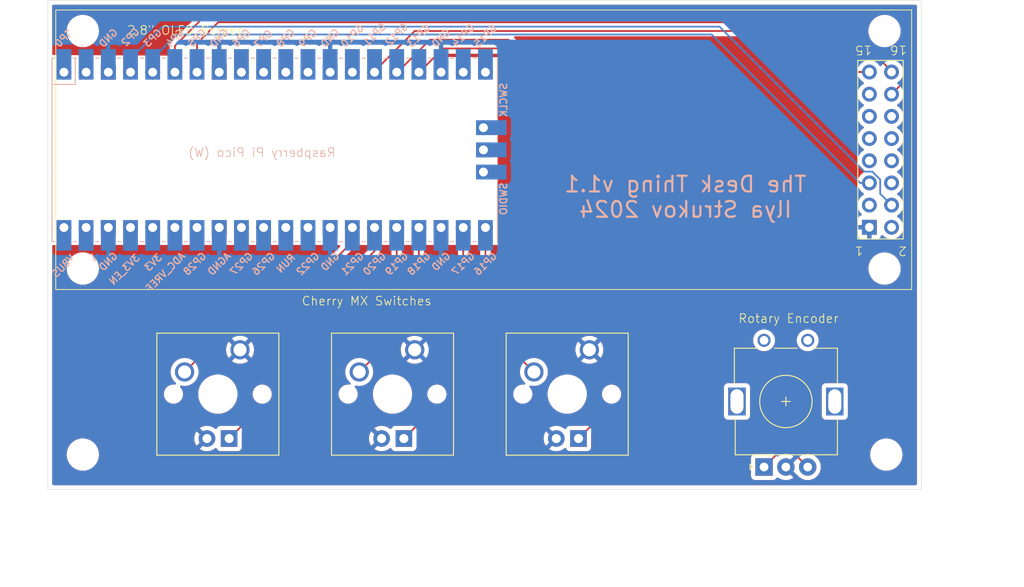
<source format=kicad_pcb>
(kicad_pcb (version 20240108) (generator "pcbnew") (generator_version "8.0")
  (layers (0 "F.Cu" signal) (31 "B.Cu" signal) (34 "B.Paste" user) (35 "F.Paste" user) (36 "B.SilkS" user "B.Silkscreen") (37 "F.SilkS" user "F.Silkscreen") (38 "B.Mask" user) (39 "F.Mask" user) (44 "Edge.Cuts" user))
  (net 0 "")
  (net 1 "GND")
  (net 2 "/OLED_CLK")
  (net 3 "/OLED_DC")
  (net 4 "/OLED_RESET")
  (net 5 "/OLED_CS")
  (net 6 "/OLED_MOSI")
  (net 7 "+3V3")
  (net 8 "/ROT_A")
  (net 9 "/ROT_B")
  (net 10 "/BTN1")
  (net 11 "/BTN2")
  (net 12 "/BTN3")
  (net 14 "/ROT_PUSH")
  (net 48 "/LED1")
  (net 49 "/LED2")
  (net 50 "/LED3")
  (footprint "desk_thing_lib:SW_Cherry_MX_1.00u_PCB" (layer "F.Cu") (at 72.485 91.08)
    (property "Reference" "SW3" (hide yes))
    (property "Value" "SW_Push_LED")
    (fp_line (start -7.01 -6.985) (end 6.96 -6.985) (stroke (width 0.12)) (layer "F.SilkS"))
    (fp_line (start -7.01 6.985) (end -7.01 -6.985) (stroke (width 0.12)) (layer "F.SilkS"))
    (fp_line (start 6.96 -6.985) (end 6.96 6.985) (stroke (width 0.12)) (layer "F.SilkS"))
    (fp_line (start 6.96 6.985) (end -7.01 6.985) (stroke (width 0.12)) (layer "F.SilkS"))
    (pad "" np_thru_hole circle (at -5.105 0) (size 1.7 1.7) (drill 1.7) (layers "*.Cu" "*.Mask"))
    (pad "" np_thru_hole circle (at -0.025 0) (size 4 4) (drill 4) (layers "*.Cu" "*.Mask"))
    (pad "" np_thru_hole circle (at 5.055 0) (size 1.7 1.7) (drill 1.7) (layers "*.Cu" "*.Mask"))
    (pad "1" thru_hole circle (at 2.515 -5.08) (size 2.2 2.2) (drill 1.5) (layers "*.Cu" "*.Mask") (net 1 "GND"))
    (pad "2" thru_hole circle (at -3.835 -2.54) (size 2.2 2.2) (drill 1.5) (layers "*.Cu" "*.Mask") (net 11 "/BTN2"))
    (pad "3" thru_hole circle (at -1.27 5.08) (size 1.905 1.905) (drill 1.04) (layers "*.Cu" "*.Mask") (net 1 "GND"))
    (pad "4" thru_hole rect (at 1.27 5.08) (size 1.905 1.905) (drill 1.04) (layers "*.Cu" "*.Mask") (net 49 "/LED2"))
  )
  (footprint "MountingHole:MountingHole_3.2mm_M3" (layer "F.Cu") (at 129 98)
    (property "Reference" "REF**" (hide yes))
    (property "Value" "MountingHole_3.2mm_M3")
    (pad "" np_thru_hole circle (at 0 0) (size 3.2 3.2) (drill 3.2) (layers "*.Cu" "*.Mask"))
  )
  (footprint "desk_thing_lib:OLED_2_8_SSD1322" (layer "F.Cu") (at 83.4 63.1 180)
    (property "Reference" "OLED1" (hide yes))
    (property "Value" "~")
    (fp_line (start 49.5 16) (end -48.5 16) (stroke (width 0.1)) (layer "F.SilkS"))
    (fp_line (start 49.5 -16) (end 49.5 16) (stroke (width 0.1)) (layer "F.SilkS"))
    (fp_line (start -42.33 -10.205) (end -42.33 10.235) (stroke (width 0.12)) (layer "F.SilkS"))
    (fp_line (start -44.93 -10.205) (end -42.33 -10.205) (stroke (width 0.12)) (layer "F.SilkS"))
    (fp_line (start -47.53 10.235) (end -42.33 10.235) (stroke (width 0.12)) (layer "F.SilkS"))
    (fp_line (start -47.53 -7.605) (end -47.53 10.235) (stroke (width 0.12)) (layer "F.SilkS"))
    (fp_line (start -47.53 -7.605) (end -47.53 -10.205) (stroke (width 0.12)) (layer "F.SilkS"))
    (fp_line (start -47.53 -10.205) (end -44.93 -10.205) (stroke (width 0.12)) (layer "F.SilkS"))
    (fp_line (start -48.5 16) (end -48.5 -16) (stroke (width 0.1)) (layer "F.SilkS"))
    (fp_line (start -48.5 -16) (end 49.5 -16) (stroke (width 0.1)) (layer "F.SilkS"))
    (fp_text user "15" (at -44 12 180) (layer "F.SilkS") (effects (font (thickness 0.1)) (justify left bottom)))
    (fp_text user "2" (at -48 -11 180) (layer "F.SilkS") (effects (font (thickness 0.1)) (justify left bottom)))
    (fp_text user "16" (at -48 12 180) (layer "F.SilkS") (effects (font (thickness 0.1)) (justify left bottom)))
    (fp_text user "1" (at -43 -11 180) (layer "F.SilkS") (effects (font (thickness 0.1)) (justify left bottom)))
    (pad "" np_thru_hole circle (at -45.4 -13.6 180) (size 3.2 3.2) (drill 3.2) (layers "F&B.Cu" "*.Mask"))
    (pad "" np_thru_hole circle (at -45.4 13.6 180) (size 3.2 3.2) (drill 3.2) (layers "F&B.Cu" "*.Mask"))
    (pad "" np_thru_hole circle (at 46.4 -13.6 180) (size 3.2 3.2) (drill 3.2) (layers "F&B.Cu" "*.Mask"))
    (pad "" np_thru_hole circle (at 46.4 13.6 180) (size 3.2 3.2) (drill 3.2) (layers "F&B.Cu" "*.Mask"))
    (pad "1" thru_hole rect (at -43.66 -8.875 180) (size 1.7 1.7) (drill 1) (layers "*.Cu" "*.Mask") (net 1 "GND"))
    (pad "2" thru_hole circle (at -46.2 -8.875 180) (size 1.7 1.7) (drill 1) (layers "*.Cu" "*.Mask") (net 7 "+3V3"))
    (pad "3" thru_hole oval (at -43.66 -6.335 180) (size 1.7 1.7) (drill 1) (layers "*.Cu" "*.Mask"))
    (pad "4" thru_hole oval (at -46.2 -6.335 180) (size 1.7 1.7) (drill 1) (layers "*.Cu" "*.Mask") (net 2 "/OLED_CLK"))
    (pad "5" thru_hole oval (at -43.66 -3.795 180) (size 1.7 1.7) (drill 1) (layers "*.Cu" "*.Mask") (net 6 "/OLED_MOSI"))
    (pad "6" thru_hole oval (at -46.2 -3.795 180) (size 1.7 1.7) (drill 1) (layers "*.Cu" "*.Mask"))
    (pad "7" thru_hole oval (at -43.66 -1.255 180) (size 1.7 1.7) (drill 1) (layers "*.Cu" "*.Mask"))
    (pad "8" thru_hole oval (at -46.2 -1.255 180) (size 1.7 1.7) (drill 1) (layers "*.Cu" "*.Mask"))
    (pad "9" thru_hole oval (at -43.66 1.285 180) (size 1.7 1.7) (drill 1) (layers "*.Cu" "*.Mask"))
    (pad "10" thru_hole oval (at -46.2 1.285 180) (size 1.7 1.7) (drill 1) (layers "*.Cu" "*.Mask"))
    (pad "11" thru_hole oval (at -43.66 3.825 180) (size 1.7 1.7) (drill 1) (layers "*.Cu" "*.Mask"))
    (pad "12" thru_hole oval (at -46.2 3.825 180) (size 1.7 1.7) (drill 1) (layers "*.Cu" "*.Mask"))
    (pad "13" thru_hole oval (at -43.66 6.365 180) (size 1.7 1.7) (drill 1) (layers "*.Cu" "*.Mask"))
    (pad "14" thru_hole oval (at -46.2 6.365 180) (size 1.7 1.7) (drill 1) (layers "*.Cu" "*.Mask") (net 3 "/OLED_DC"))
    (pad "15" thru_hole oval (at -43.66 8.905 180) (size 1.7 1.7) (drill 1) (layers "*.Cu" "*.Mask") (net 4 "/OLED_RESET"))
    (pad "16" thru_hole oval (at -46.2 8.905 180) (size 1.7 1.7) (drill 1) (layers "*.Cu" "*.Mask") (net 5 "/OLED_CS"))
  )
  (footprint "desk_thing_lib:SW_Cherry_MX_1.00u_PCB" (layer "F.Cu") (at 92.485 91.08)
    (property "Reference" "SW4" (hide yes))
    (property "Value" "SW_Push_LED")
    (fp_line (start -7.01 -6.985) (end 6.96 -6.985) (stroke (width 0.12)) (layer "F.SilkS"))
    (fp_line (start -7.01 6.985) (end -7.01 -6.985) (stroke (width 0.12)) (layer "F.SilkS"))
    (fp_line (start 6.96 -6.985) (end 6.96 6.985) (stroke (width 0.12)) (layer "F.SilkS"))
    (fp_line (start 6.96 6.985) (end -7.01 6.985) (stroke (width 0.12)) (layer "F.SilkS"))
    (pad "" np_thru_hole circle (at -5.105 0) (size 1.7 1.7) (drill 1.7) (layers "*.Cu" "*.Mask"))
    (pad "" np_thru_hole circle (at -0.025 0) (size 4 4) (drill 4) (layers "*.Cu" "*.Mask"))
    (pad "" np_thru_hole circle (at 5.055 0) (size 1.7 1.7) (drill 1.7) (layers "*.Cu" "*.Mask"))
    (pad "1" thru_hole circle (at 2.515 -5.08) (size 2.2 2.2) (drill 1.5) (layers "*.Cu" "*.Mask") (net 1 "GND"))
    (pad "2" thru_hole circle (at -3.835 -2.54) (size 2.2 2.2) (drill 1.5) (layers "*.Cu" "*.Mask") (net 12 "/BTN3"))
    (pad "3" thru_hole circle (at -1.27 5.08) (size 1.905 1.905) (drill 1.04) (layers "*.Cu" "*.Mask") (net 1 "GND"))
    (pad "4" thru_hole rect (at 1.27 5.08) (size 1.905 1.905) (drill 1.04) (layers "*.Cu" "*.Mask") (net 50 "/LED3"))
  )
  (footprint "desk_thing_lib:SW_Cherry_MX_1.00u_PCB" (layer "F.Cu") (at 52.485 91.08)
    (property "Reference" "SW2" (hide yes))
    (property "Value" "SW_Push_LED")
    (fp_line (start -7.01 -6.985) (end 6.96 -6.985) (stroke (width 0.12)) (layer "F.SilkS"))
    (fp_line (start -7.01 6.985) (end -7.01 -6.985) (stroke (width 0.12)) (layer "F.SilkS"))
    (fp_line (start 6.96 -6.985) (end 6.96 6.985) (stroke (width 0.12)) (layer "F.SilkS"))
    (fp_line (start 6.96 6.985) (end -7.01 6.985) (stroke (width 0.12)) (layer "F.SilkS"))
    (pad "" np_thru_hole circle (at -5.105 0) (size 1.7 1.7) (drill 1.7) (layers "*.Cu" "*.Mask"))
    (pad "" np_thru_hole circle (at -0.025 0) (size 4 4) (drill 4) (layers "*.Cu" "*.Mask"))
    (pad "" np_thru_hole circle (at 5.055 0) (size 1.7 1.7) (drill 1.7) (layers "*.Cu" "*.Mask"))
    (pad "1" thru_hole circle (at 2.515 -5.08) (size 2.2 2.2) (drill 1.5) (layers "*.Cu" "*.Mask") (net 1 "GND"))
    (pad "2" thru_hole circle (at -3.835 -2.54) (size 2.2 2.2) (drill 1.5) (layers "*.Cu" "*.Mask") (net 10 "/BTN1"))
    (pad "3" thru_hole circle (at -1.27 5.08) (size 1.905 1.905) (drill 1.04) (layers "*.Cu" "*.Mask") (net 1 "GND"))
    (pad "4" thru_hole rect (at 1.27 5.08) (size 1.905 1.905) (drill 1.04) (layers "*.Cu" "*.Mask") (net 48 "/LED1"))
  )
  (footprint "Rotary_Encoder:RotaryEncoder_Alps_EC11E_Vertical_H20mm" (layer "F.Cu") (at 115 99.42 90)
    (property "Reference" "SW1" (hide yes))
    (property "Value" "RotaryEncoder_Switch")
    (fp_line (start 13.6 -3.4) (end 13.6 -0.8) (stroke (width 0.12)) (layer "F.SilkS"))
    (fp_line (start 9.5 -3.4) (end 13.6 -3.4) (stroke (width 0.12)) (layer "F.SilkS"))
    (fp_line (start 5.5 -3.3) (end 1.4 -3.3) (stroke (width 0.12)) (layer "F.SilkS"))
    (fp_line (start 1.4 -3.3) (end 1.4 8.4) (stroke (width 0.12)) (layer "F.SilkS"))
    (fp_line (start 0.3 -1.6) (end 0 -1.3) (stroke (width 0.12)) (layer "F.SilkS"))
    (fp_line (start -0.3 -1.6) (end 0.3 -1.6) (stroke (width 0.12)) (layer "F.SilkS"))
    (fp_line (start 0 -1.3) (end -0.3 -1.6) (stroke (width 0.12)) (layer "F.SilkS"))
    (fp_line (start 13.6 1.2) (end 13.6 3.8) (stroke (width 0.12)) (layer "F.SilkS"))
    (fp_line (start 7.5 2) (end 7.5 3) (stroke (width 0.12)) (layer "F.SilkS"))
    (fp_line (start 7 2.5) (end 8 2.5) (stroke (width 0.12)) (layer "F.SilkS"))
    (fp_line (start 13.6 5.8) (end 13.6 8.4) (stroke (width 0.12)) (layer "F.SilkS"))
    (fp_line (start 13.6 8.4) (end 9.5 8.4) (stroke (width 0.12)) (layer "F.SilkS"))
    (fp_line (start 5.5 8.4) (end 1.4 8.4) (stroke (width 0.12)) (layer "F.SilkS"))
    (fp_circle (center 7.5 2.5) (end 10.5 2.5) (stroke (width 0.12)) (fill none) (layer "F.SilkS"))
    (pad "" thru_hole circle (at 14.5 0 90) (size 1.5 1.5) (drill 1) (layers "*.Cu" "*.Mask"))
    (pad "" thru_hole circle (at 14.5 5 90) (size 1.5 1.5) (drill 1) (layers "*.Cu" "*.Mask"))
    (pad "A" thru_hole rect (at 0 0 90) (size 2 2) (drill 1) (layers "*.Cu" "*.Mask") (net 8 "/ROT_A"))
    (pad "B" thru_hole circle (at 0 5 90) (size 2 2) (drill 1) (layers "*.Cu" "*.Mask") (net 9 "/ROT_B"))
    (pad "C" thru_hole circle (at 0 2.5 90) (size 2 2) (drill 1) (layers "*.Cu" "*.Mask") (net 1 "GND"))
    (pad "MP" thru_hole rect (at 7.5 -3.1 90) (size 3.2 2) (drill oval 2.8 1.5) (layers "*.Cu" "*.Mask"))
    (pad "MP" thru_hole rect (at 7.5 8.1 90) (size 3.2 2) (drill oval 2.8 1.5) (layers "*.Cu" "*.Mask"))
  )
  (footprint "MountingHole:MountingHole_3.2mm_M3" (layer "F.Cu") (at 37 98)
    (property "Reference" "REF**" (hide yes))
    (property "Value" "MountingHole_3.2mm_M3")
    (pad "" np_thru_hole circle (at 0 0) (size 3.2 3.2) (drill 3.2) (layers "*.Cu" "*.Mask"))
  )
  (footprint "MCU_RaspberryPi_and_Boards:RPi_Pico_SMD_TH" (layer "B.Cu") (at 58.97 63.11 -90)
    (property "Reference" "U1" (hide yes))
    (property "Value" "Pico")
    (fp_line (start -7.493 25.5) (end -7.493 22.833) (stroke (width 0.12)) (layer "B.SilkS"))
    (fp_line (start 10.5 25.5) (end -10.5 25.5) (stroke (width 0.12)) (layer "B.SilkS"))
    (fp_line (start -10.5 25.2) (end -10.5 25.5) (stroke (width 0.12)) (layer "B.SilkS"))
    (fp_line (start 10.5 25.2) (end 10.5 25.5) (stroke (width 0.12)) (layer "B.SilkS"))
    (fp_line (start -7.493 22.833) (end -10.5 22.833) (stroke (width 0.12)) (layer "B.SilkS"))
    (fp_line (start -10.5 22.7) (end -10.5 23.1) (stroke (width 0.12)) (layer "B.SilkS"))
    (fp_line (start 10.5 22.7) (end 10.5 23.1) (stroke (width 0.12)) (layer "B.SilkS"))
    (fp_line (start -10.5 20.1) (end -10.5 20.5) (stroke (width 0.12)) (layer "B.SilkS"))
    (fp_line (start 10.5 20.1) (end 10.5 20.5) (stroke (width 0.12)) (layer "B.SilkS"))
    (fp_line (start -10.5 17.6) (end -10.5 18) (stroke (width 0.12)) (layer "B.SilkS"))
    (fp_line (start 10.5 17.6) (end 10.5 18) (stroke (width 0.12)) (layer "B.SilkS"))
    (fp_line (start -10.5 15) (end -10.5 15.4) (stroke (width 0.12)) (layer "B.SilkS"))
    (fp_line (start 10.5 15) (end 10.5 15.4) (stroke (width 0.12)) (layer "B.SilkS"))
    (fp_line (start -10.5 12.5) (end -10.5 12.9) (stroke (width 0.12)) (layer "B.SilkS"))
    (fp_line (start 10.5 12.5) (end 10.5 12.9) (stroke (width 0.12)) (layer "B.SilkS"))
    (fp_line (start -10.5 10) (end -10.5 10.4) (stroke (width 0.12)) (layer "B.SilkS"))
    (fp_line (start 10.5 10) (end 10.5 10.4) (stroke (width 0.12)) (layer "B.SilkS"))
    (fp_line (start -10.5 7.4) (end -10.5 7.8) (stroke (width 0.12)) (layer "B.SilkS"))
    (fp_line (start 10.5 7.4) (end 10.5 7.8) (stroke (width 0.12)) (layer "B.SilkS"))
    (fp_line (start -10.5 4.9) (end -10.5 5.3) (stroke (width 0.12)) (layer "B.SilkS"))
    (fp_line (start 10.5 4.9) (end 10.5 5.3) (stroke (width 0.12)) (layer "B.SilkS"))
    (fp_line (start -10.5 2.3) (end -10.5 2.7) (stroke (width 0.12)) (layer "B.SilkS"))
    (fp_line (start 10.5 2.3) (end 10.5 2.7) (stroke (width 0.12)) (layer "B.SilkS"))
    (fp_line (start -10.5 -0.2) (end -10.5 0.2) (stroke (width 0.12)) (layer "B.SilkS"))
    (fp_line (start 10.5 -0.2) (end 10.5 0.2) (stroke (width 0.12)) (layer "B.SilkS"))
    (fp_line (start -10.5 -2.7) (end -10.5 -2.3) (stroke (width 0.12)) (layer "B.SilkS"))
    (fp_line (start 10.5 -2.7) (end 10.5 -2.3) (stroke (width 0.12)) (layer "B.SilkS"))
    (fp_line (start -10.5 -5.3) (end -10.5 -4.9) (stroke (width 0.12)) (layer "B.SilkS"))
    (fp_line (start 10.5 -5.3) (end 10.5 -4.9) (stroke (width 0.12)) (layer "B.SilkS"))
    (fp_line (start -10.5 -7.8) (end -10.5 -7.4) (stroke (width 0.12)) (layer "B.SilkS"))
    (fp_line (start 10.5 -7.8) (end 10.5 -7.4) (stroke (width 0.12)) (layer "B.SilkS"))
    (fp_line (start -10.5 -10.4) (end -10.5 -10) (stroke (width 0.12)) (layer "B.SilkS"))
    (fp_line (start 10.5 -10.4) (end 10.5 -10) (stroke (width 0.12)) (layer "B.SilkS"))
    (fp_line (start -10.5 -12.9) (end -10.5 -12.5) (stroke (width 0.12)) (layer "B.SilkS"))
    (fp_line (start 10.5 -12.9) (end 10.5 -12.5) (stroke (width 0.12)) (layer "B.SilkS"))
    (fp_line (start -10.5 -15.5) (end -10.5 -15.1) (stroke (width 0.12)) (layer "B.SilkS"))
    (fp_line (start 10.5 -15.5) (end 10.5 -15.1) (stroke (width 0.12)) (layer "B.SilkS"))
    (fp_line (start -10.5 -18) (end -10.5 -17.6) (stroke (width 0.12)) (layer "B.SilkS"))
    (fp_line (start 10.5 -18) (end 10.5 -17.6) (stroke (width 0.12)) (layer "B.SilkS"))
    (fp_line (start -10.5 -20.5) (end -10.5 -20.1) (stroke (width 0.12)) (layer "B.SilkS"))
    (fp_line (start 10.5 -20.5) (end 10.5 -20.1) (stroke (width 0.12)) (layer "B.SilkS"))
    (fp_line (start -10.5 -23.1) (end -10.5 -22.7) (stroke (width 0.12)) (layer "B.SilkS"))
    (fp_line (start 10.5 -23.1) (end 10.5 -22.7) (stroke (width 0.12)) (layer "B.SilkS"))
    (fp_line (start -10.5 -25.5) (end -3.7 -25.5) (stroke (width 0.12)) (layer "B.SilkS"))
    (fp_line (start -1.1 -25.5) (end -1.5 -25.5) (stroke (width 0.12)) (layer "B.SilkS"))
    (fp_line (start 1.5 -25.5) (end 1.1 -25.5) (stroke (width 0.12)) (layer "B.SilkS"))
    (fp_line (start 3.7 -25.5) (end 10.5 -25.5) (stroke (width 0.12)) (layer "B.SilkS"))
    (fp_text user "GP15" (at -13.054 -24.13 45) (layer "B.SilkS") (effects (font (size 0.8 0.8)) (justify mirror)))
    (fp_text user "GND" (at -12.8 6.35 45) (layer "B.SilkS") (effects (font (size 0.8 0.8)) (justify mirror)))
    (fp_text user "GP11" (at -13.2 -11.43 45) (layer "B.SilkS") (effects (font (size 0.8 0.8)) (justify mirror)))
    (fp_text user "GP14" (at -13.1 -21.59 45) (layer "B.SilkS") (effects (font (size 0.8 0.8)) (justify mirror)))
    (fp_text user "GP22" (at 13.054 -3.81 45) (layer "B.SilkS") (effects (font (size 0.8 0.8)) (justify mirror)))
    (fp_text user "GP2" (at -12.9 16.51 45) (layer "B.SilkS") (effects (font (size 0.8 0.8)) (justify mirror)))
    (fp_text user "GND" (at 12.8 19.05 45) (layer "B.SilkS") (effects (font (size 0.8 0.8)) (justify mirror)))
    (fp_text user "GND" (at 12.8 -6.35 45) (layer "B.SilkS") (effects (font (size 0.8 0.8)) (justify mirror)))
    (fp_text user "GP0" (at -12.8 24.13 45) (layer "B.SilkS") (effects (font (size 0.8 0.8)) (justify mirror)))
    (fp_text user "GP8" (at -12.8 -1.27 45) (layer "B.SilkS") (effects (font (size 0.8 0.8)) (justify mirror)))
    (fp_text user "GP9" (at -12.8 -3.81 45) (layer "B.SilkS") (effects (font (size 0.8 0.8)) (justify mirror)))
    (fp_text user "GP5" (at -12.8 8.89 45) (layer "B.SilkS") (effects (font (size 0.8 0.8)) (justify mirror)))
    (fp_text user "GP7" (at -12.7 1.3 45) (layer "B.SilkS") (effects (font (size 0.8 0.8)) (justify mirror)))
    (fp_text user "GP6" (at -12.8 3.81 45) (layer "B.SilkS") (effects (font (size 0.8 0.8)) (justify mirror)))
    (fp_text user "VSYS" (at 13.2 21.59 45) (layer "B.SilkS") (effects (font (size 0.8 0.8)) (justify mirror)))
    (fp_text user "GP19" (at 13.054 -13.97 45) (layer "B.SilkS") (effects (font (size 0.8 0.8)) (justify mirror)))
    (fp_text user "GP13" (at -13.054 -16.51 45) (layer "B.SilkS") (effects (font (size 0.8 0.8)) (justify mirror)))
    (fp_text user "ADC_VREF" (at 14 12.5 45) (layer "B.SilkS") (effects (font (size 0.8 0.8)) (justify mirror)))
    (fp_text user "GP12" (at -13.2 -13.97 45) (layer "B.SilkS") (effects (font (size 0.8 0.8)) (justify mirror)))
    (fp_text user "GND" (at 12.8 -19.05 45) (layer "B.SilkS") (effects (font (size 0.8 0.8)) (justify mirror)))
    (fp_text user "GP27" (at 13.054 3.8 45) (layer "B.SilkS") (effects (font (size 0.8 0.8)) (justify mirror)))
    (fp_text user "GP18" (at 13.054 -16.51 45) (layer "B.SilkS") (effects (font (size 0.8 0.8)) (justify mirror)))
    (fp_text user "GP20" (at 13.054 -11.43 45) (layer "B.SilkS") (effects (font (size 0.8 0.8)) (justify mirror)))
    (fp_text user "GP21" (at 13.054 -8.9 45) (layer "B.SilkS") (effects (font (size 0.8 0.8)) (justify mirror)))
    (fp_text user "GND" (at -12.8 -6.35 45) (layer "B.SilkS") (effects (font (size 0.8 0.8)) (justify mirror)))
    (fp_text user "AGND" (at 13.054 6.35 45) (layer "B.SilkS") (effects (font (size 0.8 0.8)) (justify mirror)))
    (fp_text user "GP3" (at -12.8 13.97 45) (layer "B.SilkS") (effects (font (size 0.8 0.8)) (justify mirror)))
    (fp_text user "GP28" (at 13.054 9.144 45) (layer "B.SilkS") (effects (font (size 0.8 0.8)) (justify mirror)))
    (fp_text user "VBUS" (at 13.3 24.2 45) (layer "B.SilkS") (effects (font (size 0.8 0.8)) (justify mirror)))
    (fp_text user "RUN" (at 13 -1.27 45) (layer "B.SilkS") (effects (font (size 0.8 0.8)) (justify mirror)))
    (fp_text user "GP26" (at 13.054 1.27 45) (layer "B.SilkS") (effects (font (size 0.8 0.8)) (justify mirror)))
    (fp_text user "GND" (at -12.8 19.05 45) (layer "B.SilkS") (effects (font (size 0.8 0.8)) (justify mirror)))
    (fp_text user "3V3_EN" (at 13.7 17.2 45) (layer "B.SilkS") (effects (font (size 0.8 0.8)) (justify mirror)))
    (fp_text user "GP10" (at -13.054 -8.89 45) (layer "B.SilkS") (effects (font (size 0.8 0.8)) (justify mirror)))
    (fp_text user "SWDIO" (at 5.6 -26.2 90) (layer "B.SilkS") (effects (font (size 0.8 0.8)) (justify mirror)))
    (fp_text user "3V3" (at 12.9 13.9 45) (layer "B.SilkS") (effects (font (size 0.8 0.8)) (justify mirror)))
    (fp_text user "GP17" (at 13.054 -21.59 45) (layer "B.SilkS") (effects (font (size 0.8 0.8)) (justify mirror)))
    (fp_text user "GP16" (at 13.054 -24.13 45) (layer "B.SilkS") (effects (font (size 0.8 0.8)) (justify mirror)))
    (fp_text user "GP4" (at -12.8 11.43 45) (layer "B.SilkS") (effects (font (size 0.8 0.8)) (justify mirror)))
    (fp_text user "GND" (at -12.8 -19.05 45) (layer "B.SilkS") (effects (font (size 0.8 0.8)) (justify mirror)))
    (fp_text user "GP1" (at -12.9 21.6 45) (layer "B.SilkS") (effects (font (size 0.8 0.8)) (justify mirror)))
    (fp_text user "SWCLK" (at -5.7 -26.2 90) (layer "B.SilkS") (effects (font (size 0.8 0.8)) (justify mirror)))
    (pad "" np_thru_hole oval (at -2.725 24 270) (size 1.8 1.8) (drill 1.8) (layers "*.Cu" "*.Mask"))
    (pad "" np_thru_hole oval (at -2.425 20.97 270) (size 1.5 1.5) (drill 1.5) (layers "*.Cu" "*.Mask"))
    (pad "" np_thru_hole oval (at 2.425 20.97 270) (size 1.5 1.5) (drill 1.5) (layers "*.Cu" "*.Mask"))
    (pad "" np_thru_hole oval (at 2.725 24 270) (size 1.8 1.8) (drill 1.8) (layers "*.Cu" "*.Mask"))
    (pad "1" thru_hole oval (at -8.89 24.13 270) (size 1.7 1.7) (drill 1.02) (layers "*.Cu" "*.Mask"))
    (pad "1" smd rect (at -8.89 24.13 270) (size 3.5 1.7) (drill (offset -0.9 0)) (layers "B.Cu" "B.Mask"))
    (pad "2" thru_hole oval (at -8.89 21.59 270) (size 1.7 1.7) (drill 1.02) (layers "*.Cu" "*.Mask"))
    (pad "2" smd rect (at -8.89 21.59 270) (size 3.5 1.7) (drill (offset -0.9 0)) (layers "B.Cu" "B.Mask"))
    (pad "3" thru_hole rect (at -8.89 19.05 270) (size 1.7 1.7) (drill 1.02) (layers "*.Cu" "*.Mask") (net 1 "GND"))
    (pad "3" smd rect (at -8.89 19.05 270) (size 3.5 1.7) (drill (offset -0.9 0)) (layers "B.Cu" "B.Mask") (net 1 "GND"))
    (pad "4" thru_hole oval (at -8.89 16.51 270) (size 1.7 1.7) (drill 1.02) (layers "*.Cu" "*.Mask") (net 2 "/OLED_CLK"))
    (pad "4" smd rect (at -8.89 16.51 270) (size 3.5 1.7) (drill (offset -0.9 0)) (layers "B.Cu" "B.Mask") (net 2 "/OLED_CLK"))
    (pad "5" thru_hole oval (at -8.89 13.97 270) (size 1.7 1.7) (drill 1.02) (layers "*.Cu" "*.Mask") (net 6 "/OLED_MOSI"))
    (pad "5" smd rect (at -8.89 13.97 270) (size 3.5 1.7) (drill (offset -0.9 0)) (layers "B.Cu" "B.Mask") (net 6 "/OLED_MOSI"))
    (pad "6" thru_hole oval (at -8.89 11.43 270) (size 1.7 1.7) (drill 1.02) (layers "*.Cu" "*.Mask") (net 3 "/OLED_DC"))
    (pad "6" smd rect (at -8.89 11.43 270) (size 3.5 1.7) (drill (offset -0.9 0)) (layers "B.Cu" "B.Mask") (net 3 "/OLED_DC"))
    (pad "7" thru_hole oval (at -8.89 8.89 270) (size 1.7 1.7) (drill 1.02) (layers "*.Cu" "*.Mask") (net 5 "/OLED_CS"))
    (pad "7" smd rect (at -8.89 8.89 270) (size 3.5 1.7) (drill (offset -0.9 0)) (layers "B.Cu" "B.Mask") (net 5 "/OLED_CS"))
    (pad "8" thru_hole rect (at -8.89 6.35 270) (size 1.7 1.7) (drill 1.02) (layers "*.Cu" "*.Mask") (net 1 "GND"))
    (pad "8" smd rect (at -8.89 6.35 270) (size 3.5 1.7) (drill (offset -0.9 0)) (layers "B.Cu" "B.Mask") (net 1 "GND"))
    (pad "9" thru_hole oval (at -8.89 3.81 270) (size 1.7 1.7) (drill 1.02) (layers "*.Cu" "*.Mask"))
    (pad "9" smd rect (at -8.89 3.81 270) (size 3.5 1.7) (drill (offset -0.9 0)) (layers "B.Cu" "B.Mask"))
    (pad "10" thru_hole oval (at -8.89 1.27 270) (size 1.7 1.7) (drill 1.02) (layers "*.Cu" "*.Mask"))
    (pad "10" smd rect (at -8.89 1.27 270) (size 3.5 1.7) (drill (offset -0.9 0)) (layers "B.Cu" "B.Mask"))
    (pad "11" thru_hole oval (at -8.89 -1.27 270) (size 1.7 1.7) (drill 1.02) (layers "*.Cu" "*.Mask"))
    (pad "11" smd rect (at -8.89 -1.27 270) (size 3.5 1.7) (drill (offset -0.9 0)) (layers "B.Cu" "B.Mask"))
    (pad "12" thru_hole oval (at -8.89 -3.81 270) (size 1.7 1.7) (drill 1.02) (layers "*.Cu" "*.Mask") (net 14 "/ROT_PUSH"))
    (pad "12" smd rect (at -8.89 -3.81 270) (size 3.5 1.7) (drill (offset -0.9 0)) (layers "B.Cu" "B.Mask") (net 14 "/ROT_PUSH"))
    (pad "13" thru_hole rect (at -8.89 -6.35 270) (size 1.7 1.7) (drill 1.02) (layers "*.Cu" "*.Mask") (net 1 "GND"))
    (pad "13" smd rect (at -8.89 -6.35 270) (size 3.5 1.7) (drill (offset -0.9 0)) (layers "B.Cu" "B.Mask") (net 1 "GND"))
    (pad "14" thru_hole oval (at -8.89 -8.89 270) (size 1.7 1.7) (drill 1.02) (layers "*.Cu" "*.Mask"))
    (pad "14" smd rect (at -8.89 -8.89 270) (size 3.5 1.7) (drill (offset -0.9 0)) (layers "B.Cu" "B.Mask"))
    (pad "15" thru_hole oval (at -8.89 -11.43 270) (size 1.7 1.7) (drill 1.02) (layers "*.Cu" "*.Mask") (net 4 "/OLED_RESET"))
    (pad "15" smd rect (at -8.89 -11.43 270) (size 3.5 1.7) (drill (offset -0.9 0)) (layers "B.Cu" "B.Mask") (net 4 "/OLED_RESET"))
    (pad "16" thru_hole oval (at -8.89 -13.97 270) (size 1.7 1.7) (drill 1.02) (layers "*.Cu" "*.Mask") (net 9 "/ROT_B"))
    (pad "16" smd rect (at -8.89 -13.97 270) (size 3.5 1.7) (drill (offset -0.9 0)) (layers "B.Cu" "B.Mask") (net 9 "/ROT_B"))
    (pad "17" thru_hole oval (at -8.89 -16.51 270) (size 1.7 1.7) (drill 1.02) (layers "*.Cu" "*.Mask") (net 8 "/ROT_A"))
    (pad "17" smd rect (at -8.89 -16.51 270) (size 3.5 1.7) (drill (offset -0.9 0)) (layers "B.Cu" "B.Mask") (net 8 "/ROT_A"))
    (pad "18" thru_hole rect (at -8.89 -19.05 270) (size 1.7 1.7) (drill 1.02) (layers "*.Cu" "*.Mask") (net 1 "GND"))
    (pad "18" smd rect (at -8.89 -19.05 270) (size 3.5 1.7) (drill (offset -0.9 0)) (layers "B.Cu" "B.Mask") (net 1 "GND"))
    (pad "19" thru_hole oval (at -8.89 -21.59 270) (size 1.7 1.7) (drill 1.02) (layers "*.Cu" "*.Mask"))
    (pad "19" smd rect (at -8.89 -21.59 270) (size 3.5 1.7) (drill (offset -0.9 0)) (layers "B.Cu" "B.Mask"))
    (pad "20" thru_hole oval (at -8.89 -24.13 270) (size 1.7 1.7) (drill 1.02) (layers "*.Cu" "*.Mask"))
    (pad "20" smd rect (at -8.89 -24.13 270) (size 3.5 1.7) (drill (offset -0.9 0)) (layers "B.Cu" "B.Mask"))
    (pad "21" thru_hole oval (at 8.89 -24.13 270) (size 1.7 1.7) (drill 1.02) (layers "*.Cu" "*.Mask") (net 50 "/LED3"))
    (pad "21" smd rect (at 8.89 -24.13 270) (size 3.5 1.7) (drill (offset 0.9 0)) (layers "B.Cu" "B.Mask") (net 50 "/LED3"))
    (pad "22" thru_hole oval (at 8.89 -21.59 270) (size 1.7 1.7) (drill 1.02) (layers "*.Cu" "*.Mask") (net 12 "/BTN3"))
    (pad "22" smd rect (at 8.89 -21.59 270) (size 3.5 1.7) (drill (offset 0.9 0)) (layers "B.Cu" "B.Mask") (net 12 "/BTN3"))
    (pad "23" thru_hole rect (at 8.89 -19.05 270) (size 1.7 1.7) (drill 1.02) (layers "*.Cu" "*.Mask") (net 1 "GND"))
    (pad "23" smd rect (at 8.89 -19.05 270) (size 3.5 1.7) (drill (offset 0.9 0)) (layers "B.Cu" "B.Mask") (net 1 "GND"))
    (pad "24" thru_hole oval (at 8.89 -16.51 270) (size 1.7 1.7) (drill 1.02) (layers "*.Cu" "*.Mask") (net 49 "/LED2"))
    (pad "24" smd rect (at 8.89 -16.51 270) (size 3.5 1.7) (drill (offset 0.9 0)) (layers "B.Cu" "B.Mask") (net 49 "/LED2"))
    (pad "25" thru_hole oval (at 8.89 -13.97 270) (size 1.7 1.7) (drill 1.02) (layers "*.Cu" "*.Mask") (net 11 "/BTN2"))
    (pad "25" smd rect (at 8.89 -13.97 270) (size 3.5 1.7) (drill (offset 0.9 0)) (layers "B.Cu" "B.Mask") (net 11 "/BTN2"))
    (pad "26" thru_hole oval (at 8.89 -11.43 270) (size 1.7 1.7) (drill 1.02) (layers "*.Cu" "*.Mask") (net 48 "/LED1"))
    (pad "26" smd rect (at 8.89 -11.43 270) (size 3.5 1.7) (drill (offset 0.9 0)) (layers "B.Cu" "B.Mask") (net 48 "/LED1"))
    (pad "27" thru_hole oval (at 8.89 -8.89 270) (size 1.7 1.7) (drill 1.02) (layers "*.Cu" "*.Mask") (net 10 "/BTN1"))
    (pad "27" smd rect (at 8.89 -8.89 270) (size 3.5 1.7) (drill (offset 0.9 0)) (layers "B.Cu" "B.Mask") (net 10 "/BTN1"))
    (pad "28" thru_hole rect (at 8.89 -6.35 270) (size 1.7 1.7) (drill 1.02) (layers "*.Cu" "*.Mask") (net 1 "GND"))
    (pad "28" smd rect (at 8.89 -6.35 270) (size 3.5 1.7) (drill (offset 0.9 0)) (layers "B.Cu" "B.Mask") (net 1 "GND"))
    (pad "29" thru_hole oval (at 8.89 -3.81 270) (size 1.7 1.7) (drill 1.02) (layers "*.Cu" "*.Mask"))
    (pad "29" smd rect (at 8.89 -3.81 270) (size 3.5 1.7) (drill (offset 0.9 0)) (layers "B.Cu" "B.Mask"))
    (pad "30" thru_hole oval (at 8.89 -1.27 270) (size 1.7 1.7) (drill 1.02) (layers "*.Cu" "*.Mask"))
    (pad "30" smd rect (at 8.89 -1.27 270) (size 3.5 1.7) (drill (offset 0.9 0)) (layers "B.Cu" "B.Mask"))
    (pad "31" thru_hole oval (at 8.89 1.27 270) (size 1.7 1.7) (drill 1.02) (layers "*.Cu" "*.Mask"))
    (pad "31" smd rect (at 8.89 1.27 270) (size 3.5 1.7) (drill (offset 0.9 0)) (layers "B.Cu" "B.Mask"))
    (pad "32" thru_hole oval (at 8.89 3.81 270) (size 1.7 1.7) (drill 1.02) (layers "*.Cu" "*.Mask"))
    (pad "32" smd rect (at 8.89 3.81 270) (size 3.5 1.7) (drill (offset 0.9 0)) (layers "B.Cu" "B.Mask"))
    (pad "33" thru_hole rect (at 8.89 6.35 270) (size 1.7 1.7) (drill 1.02) (layers "*.Cu" "*.Mask") (net 1 "GND"))
    (pad "33" smd rect (at 8.89 6.35 270) (size 3.5 1.7) (drill (offset 0.9 0)) (layers "B.Cu" "B.Mask") (net 1 "GND"))
    (pad "34" thru_hole oval (at 8.89 8.89 270) (size 1.7 1.7) (drill 1.02) (layers "*.Cu" "*.Mask"))
    (pad "34" smd rect (at 8.89 8.89 270) (size 3.5 1.7) (drill (offset 0.9 0)) (layers "B.Cu" "B.Mask"))
    (pad "35" thru_hole oval (at 8.89 11.43 270) (size 1.7 1.7) (drill 1.02) (layers "*.Cu" "*.Mask"))
    (pad "35" smd rect (at 8.89 11.43 270) (size 3.5 1.7) (drill (offset 0.9 0)) (layers "B.Cu" "B.Mask"))
    (pad "36" thru_hole oval (at 8.89 13.97 270) (size 1.7 1.7) (drill 1.02) (layers "*.Cu" "*.Mask") (net 7 "+3V3"))
    (pad "36" smd rect (at 8.89 13.97 270) (size 3.5 1.7) (drill (offset 0.9 0)) (layers "B.Cu" "B.Mask") (net 7 "+3V3"))
    (pad "37" thru_hole oval (at 8.89 16.51 270) (size 1.7 1.7) (drill 1.02) (layers "*.Cu" "*.Mask"))
    (pad "37" smd rect (at 8.89 16.51 270) (size 3.5 1.7) (drill (offset 0.9 0)) (layers "B.Cu" "B.Mask"))
    (pad "38" thru_hole rect (at 8.89 19.05 270) (size 1.7 1.7) (drill 1.02) (layers "*.Cu" "*.Mask") (net 1 "GND"))
    (pad "38" smd rect (at 8.89 19.05 270) (size 3.5 1.7) (drill (offset 0.9 0)) (layers "B.Cu" "B.Mask") (net 1 "GND"))
    (pad "39" thru_hole oval (at 8.89 21.59 270) (size 1.7 1.7) (drill 1.02) (layers "*.Cu" "*.Mask"))
    (pad "39" smd rect (at 8.89 21.59 270) (size 3.5 1.7) (drill (offset 0.9 0)) (layers "B.Cu" "B.Mask"))
    (pad "40" thru_hole oval (at 8.89 24.13 270) (size 1.7 1.7) (drill 1.02) (layers "*.Cu" "*.Mask"))
    (pad "40" smd rect (at 8.89 24.13 270) (size 3.5 1.7) (drill (offset 0.9 0)) (layers "B.Cu" "B.Mask"))
    (pad "41" thru_hole oval (at -2.54 -23.9 270) (size 1.7 1.7) (drill 1.02) (layers "*.Cu" "*.Mask"))
    (pad "41" smd rect (at -2.54 -23.9 180) (size 3.5 1.7) (drill (offset -0.9 0)) (layers "B.Cu" "B.Mask"))
    (pad "42" thru_hole rect (at 0 -23.9 270) (size 1.7 1.7) (drill 1.02) (layers "*.Cu" "*.Mask"))
    (pad "42" smd rect (at 0 -23.9 180) (size 3.5 1.7) (drill (offset -0.9 0)) (layers "B.Cu" "B.Mask"))
    (pad "43" thru_hole oval (at 2.54 -23.9 270) (size 1.7 1.7) (drill 1.02) (layers "*.Cu" "*.Mask"))
    (pad "43" smd rect (at 2.54 -23.9 180) (size 3.5 1.7) (drill (offset -0.9 0)) (layers "B.Cu" "B.Mask"))
  )
  (gr_rect (start 33 46) (end 133 102) (stroke (width 0.05)) (fill none) (layer "Edge.Cuts"))
  (gr_text "Raspberry Pi Pico (W)" (at 66 64 -0) (layer "B.SilkS") (effects (font (size 1 1) (thickness 0.1)) (justify left bottom mirror)))
  (gr_text "The Desk Thing v1.1\nIlya Strukov 2024" (at 106 71 0) (layer "B.SilkS") (effects (font (size 1.8 1.8) (thickness 0.25)) (justify bottom mirror)))
  (gr_text "Cherry MX Switches" (at 62 81 0) (layer "F.SilkS") (effects (font (size 1 1) (thickness 0.1)) (justify left bottom)))
  (gr_text "2.8{dblquote} OLED Screen" (at 42 50 0) (layer "F.SilkS") (effects (font (size 1 1) (thickness 0.1)) (justify left bottom)))
  (gr_text "Rotary Encoder" (at 112 83 0) (layer "F.SilkS") (effects (font (size 1 1) (thickness 0.1)) (justify left bottom)))
  (segment (start 109.9 49) (end 126.5 65.6) (width 0.2) (layer "B.Cu") (net 2))
  (segment (start 46.12 49) (end 109.9 49) (width 0.2) (layer "B.Cu") (net 2))
  (segment (start 42.46 52.66) (end 46.12 49) (width 0.2) (layer "B.Cu") (net 2))
  (segment (start 126.5 65.6) (end 127.391346 65.6) (width 0.2) (layer "B.Cu") (net 2))
  (segment (start 42.46 54.22) (end 42.46 52.66) (width 0.2) (layer "B.Cu") (net 2))
  (segment (start 128.3 68.135) (end 129.6 69.435) (width 0.2) (layer "B.Cu") (net 2))
  (segment (start 128.3 66.508654) (end 128.3 68.135) (width 0.2) (layer "B.Cu") (net 2))
  (segment (start 127.391346 65.6) (end 128.3 66.508654) (width 0.2) (layer "B.Cu") (net 2))
  (segment (start 51.25 47.5) (end 47.54 51.21) (width 0.2) (layer "F.Cu") (net 3))
  (segment (start 129.6 56.735) (end 131 55.335) (width 0.2) (layer "F.Cu") (net 3))
  (segment (start 131 53.25) (end 129.75 52) (width 0.2) (layer "F.Cu") (net 3))
  (segment (start 47.54 51.21) (end 47.54 54.22) (width 0.2) (layer "F.Cu") (net 3))
  (segment (start 127.25 52) (end 122.75 47.5) (width 0.2) (layer "F.Cu") (net 3))
  (segment (start 122.75 47.5) (end 51.25 47.5) (width 0.2) (layer "F.Cu") (net 3))
  (segment (start 129.75 52) (end 127.25 52) (width 0.2) (layer "F.Cu") (net 3))
  (segment (start 131 55.335) (end 131 53.25) (width 0.2) (layer "F.Cu") (net 3))
  (segment (start 127.06 54.195) (end 125.7525 54.195) (width 0.2) (layer "F.Cu") (net 4))
  (segment (start 121.0575 49.5) (end 75 49.5) (width 0.2) (layer "F.Cu") (net 4))
  (segment (start 125.7525 54.195) (end 121.0575 49.5) (width 0.2) (layer "F.Cu") (net 4))
  (segment (start 70.4 54.1) (end 70.4 54.22) (width 0.2) (layer "F.Cu") (net 4))
  (segment (start 75 49.5) (end 70.4 54.1) (width 0.2) (layer "F.Cu") (net 4))
  (segment (start 129.6 54.195) (end 129.6 54.1) (width 0.2) (layer "F.Cu") (net 5))
  (segment (start 129.6 54.1) (end 128.25 52.75) (width 0.2) (layer "F.Cu") (net 5))
  (segment (start 126.25 52.75) (end 122 48.5) (width 0.2) (layer "F.Cu") (net 5))
  (segment (start 128.25 52.75) (end 126.25 52.75) (width 0.2) (layer "F.Cu") (net 5))
  (segment (start 50.08 50.92) (end 50.08 54.22) (width 0.2) (layer "F.Cu") (net 5))
  (segment (start 122 48.5) (end 52.5 48.5) (width 0.2) (layer "F.Cu") (net 5))
  (segment (start 52.5 48.5) (end 50.08 50.92) (width 0.2) (layer "F.Cu") (net 5))
  (segment (start 45 52.66) (end 47.76 49.9) (width 0.2) (layer "B.Cu") (net 6))
  (segment (start 109 49.9) (end 125.995 66.895) (width 0.2) (layer "B.Cu") (net 6))
  (segment (start 47.76 49.9) (end 109 49.9) (width 0.2) (layer "B.Cu") (net 6))
  (segment (start 45 54.22) (end 45 52.66) (width 0.2) (layer "B.Cu") (net 6))
  (segment (start 125.995 66.895) (end 127.06 66.895) (width 0.2) (layer "B.Cu") (net 6))
  (segment (start 78.25 51.5) (end 85.25 51.5) (width 0.2) (layer "F.Cu") (net 8))
  (segment (start 75.48 54.22) (end 75.53 54.22) (width 0.2) (layer "F.Cu") (net 8))
  (segment (start 85.25 51.5) (end 117 83.25) (width 0.2) (layer "F.Cu") (net 8))
  (segment (start 117 97.42) (end 115 99.42) (width 0.2) (layer "F.Cu") (net 8))
  (segment (start 75.53 54.22) (end 78.25 51.5) (width 0.2) (layer "F.Cu") (net 8))
  (segment (start 117 83.25) (end 117 97.42) (width 0.2) (layer "F.Cu") (net 8))
  (segment (start 118 97.42) (end 120 99.42) (width 0.2) (layer "F.Cu") (net 9))
  (segment (start 73.03 54.22) (end 76.75 50.5) (width 0.2) (layer "F.Cu") (net 9))
  (segment (start 76.75 50.5) (end 85.75 50.5) (width 0.2) (layer "F.Cu") (net 9))
  (segment (start 85.75 50.5) (end 118 82.75) (width 0.2) (layer "F.Cu") (net 9))
  (segment (start 118 82.75) (end 118 97.42) (width 0.2) (layer "F.Cu") (net 9))
  (segment (start 72.94 54.22) (end 73.03 54.22) (width 0.2) (layer "F.Cu") (net 9))
  (segment (start 53.19 84) (end 57.5 84) (width 0.2) (layer "F.Cu") (net 10))
  (segment (start 48.65 88.54) (end 53.19 84) (width 0.2) (layer "F.Cu") (net 10))
  (segment (start 57.5 84) (end 67.86 73.64) (width 0.2) (layer "F.Cu") (net 10))
  (segment (start 67.86 73.64) (end 67.86 72) (width 0.2) (layer "F.Cu") (net 10))
  (segment (start 72.94 84.25) (end 72.94 72) (width 0.2) (layer "F.Cu") (net 11))
  (segment (start 68.65 88.54) (end 72.94 84.25) (width 0.2) (layer "F.Cu") (net 11))
  (segment (start 80.56 72) (end 80.56 80.45) (width 0.2) (layer "F.Cu") (net 12))
  (segment (start 80.56 80.45) (end 88.65 88.54) (width 0.2) (layer "F.Cu") (net 12))
  (segment (start 55.5 89.6) (end 70.4 74.7) (width 0.2) (layer "F.Cu") (net 48))
  (segment (start 55.5 94.415) (end 55.5 89.6) (width 0.2) (layer "F.Cu") (net 48))
  (segment (start 70.4 74.7) (end 70.4 72) (width 0.2) (layer "F.Cu") (net 48))
  (segment (start 53.755 96.16) (end 55.5 94.415) (width 0.2) (layer "F.Cu") (net 48))
  (segment (start 77.5 86.9) (end 77.5 85.3) (width 0.2) (layer "F.Cu") (net 49))
  (segment (start 75.60061 94.31439) (end 75.60061 88.79939) (width 0.2) (layer "F.Cu") (net 49))
  (segment (start 77.5 85.3) (end 75.48 83.28) (width 0.2) (layer "F.Cu") (net 49))
  (segment (start 75.60061 88.79939) (end 77.5 86.9) (width 0.2) (layer "F.Cu") (net 49))
  (segment (start 73.755 96.16) (end 75.60061 94.31439) (width 0.2) (layer "F.Cu") (net 49))
  (segment (start 75.48 83.28) (end 75.48 72) (width 0.2) (layer "F.Cu") (net 49))
  (segment (start 95.5 89.8) (end 95.5 94.415) (width 0.2) (layer "F.Cu") (net 50))
  (segment (start 95.5 94.415) (end 93.755 96.16) (width 0.2) (layer "F.Cu") (net 50))
  (segment (start 83.1 77.4) (end 95.5 89.8) (width 0.2) (layer "F.Cu") (net 50))
  (segment (start 83.1 72) (end 83.1 77.4) (width 0.2) (layer "F.Cu") (net 50))
  (zone (net 1) (net_name "GND") (layers "F&B.Cu") (connect_pads (clearance 0.5)) (min_thickness 0.25) (fill yes (thermal_gap 0.5) (thermal_bridge_width 0.5))
    (polygon (pts (xy 33.25 46.25) (xy 132.75 46.25) (xy 132.75 101.75) (xy 33.25 101.75) (xy 33.25 74) (xy 84.5 74) (xy 84.5 52.5) (xy 33.25 52.25)))
  )
)
</source>
